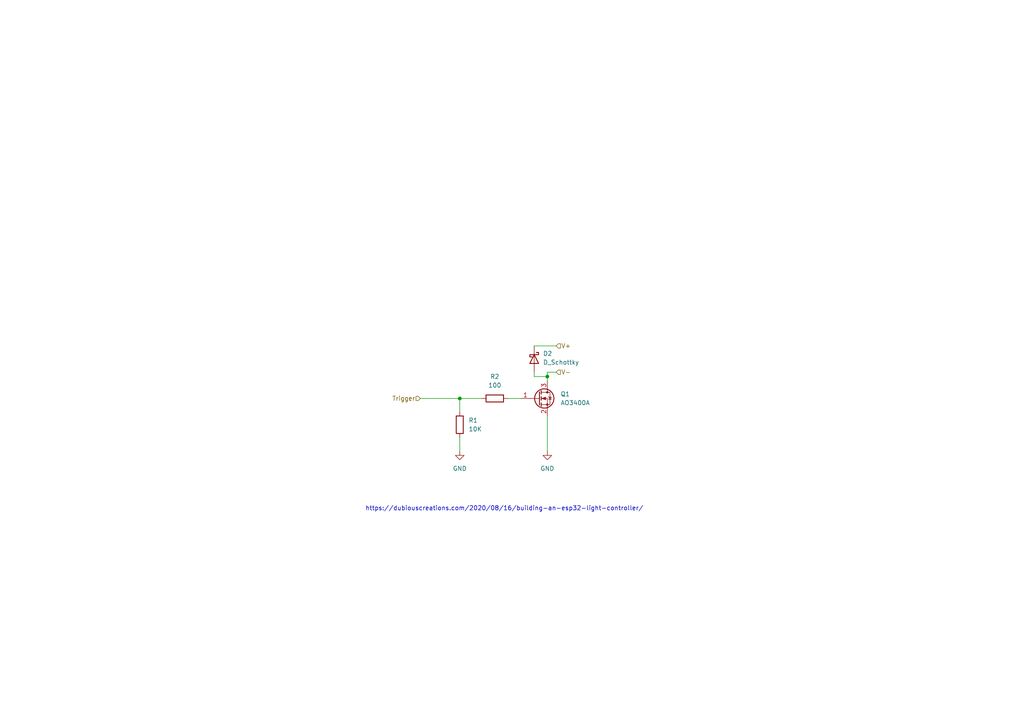
<source format=kicad_sch>
(kicad_sch (version 20231120) (generator "eeschema") (generator_version "8.0")
  (paper "A4")
  (lib_symbols
    (symbol "Device:D_Schottky" (pin_numbers hide) (pin_names (offset 1.016) hide)
      (property "Reference" "D" (at 0 2.54 0))
      (property "Value" "D_Schottky" (at 0 -2.54 0))
      (symbol "D_Schottky_0_1"
        (polyline (pts (xy 1.27 0) (xy -1.27 0)))
        (polyline (pts (xy 1.27 1.27) (xy 1.27 -1.27) (xy -1.27 0) (xy 1.27 1.27)) (stroke (width 0.254)))
        (polyline (pts (xy -1.905 0.635) (xy -1.905 1.27) (xy -1.27 1.27) (xy -1.27 -1.27) (xy -0.635 -1.27) (xy -0.635 -0.635)) (stroke (width 0.254)))
      )
      (symbol "D_Schottky_1_1"
        (pin passive line (at -3.81 0 0) (length 2.54) (name "K") (number "1"))
        (pin passive line (at 3.81 0 180) (length 2.54) (name "A") (number "2"))
      )
    )
    (symbol "Device:R" (pin_numbers hide) (pin_names (offset 0))
      (property "Reference" "R" (at 2.032 0 90))
      (property "Value" "R" (at 0 0 90))
      (symbol "R_0_1"
        (rectangle (start -1.016 -2.54) (end 1.016 2.54) (stroke (width 0.254)))
      )
      (symbol "R_1_1"
        (pin passive line (at 0 3.81 270) (length 1.27) (name "~") (number "1"))
        (pin passive line (at 0 -3.81 90) (length 1.27) (name "~") (number "2"))
      )
    )
    (symbol "Transistor_FET:AO3400A" (pin_names hide)
      (property "Reference" "Q" (at 5.08 1.905 0))
      (property "Value" "AO3400A" (at 5.08 0 0))
      (symbol "AO3400A_0_1"
        (polyline (pts (xy 0.254 0) (xy -2.54 0)))
        (polyline (pts (xy 0.254 1.905) (xy 0.254 -1.905)) (stroke (width 0.254)))
        (polyline (pts (xy 0.762 -1.27) (xy 0.762 -2.286)) (stroke (width 0.254)))
        (polyline (pts (xy 0.762 0.508) (xy 0.762 -0.508)) (stroke (width 0.254)))
        (polyline (pts (xy 0.762 2.286) (xy 0.762 1.27)) (stroke (width 0.254)))
        (polyline (pts (xy 2.54 2.54) (xy 2.54 1.778)))
        (polyline (pts (xy 2.54 -2.54) (xy 2.54 0) (xy 0.762 0)))
        (polyline (pts (xy 0.762 -1.778) (xy 3.302 -1.778) (xy 3.302 1.778) (xy 0.762 1.778)))
        (polyline (pts (xy 1.016 0) (xy 2.032 0.381) (xy 2.032 -0.381) (xy 1.016 0)) (fill (type outline)))
        (polyline (pts (xy 2.794 0.508) (xy 2.921 0.381) (xy 3.683 0.381) (xy 3.81 0.254)))
        (polyline (pts (xy 3.302 0.381) (xy 2.921 -0.254) (xy 3.683 -0.254) (xy 3.302 0.381)))
        (circle (center 1.651 0) (radius 2.794) (stroke (width 0.254)))
        (circle (center 2.54 -1.778) (radius 0.254) (fill (type outline)))
        (circle (center 2.54 1.778) (radius 0.254) (fill (type outline)))
      )
      (symbol "AO3400A_1_1"
        (pin input line (at -5.08 0 0) (length 2.54) (name "G") (number "1"))
        (pin passive line (at 2.54 -5.08 90) (length 2.54) (name "S") (number "2"))
        (pin passive line (at 2.54 5.08 270) (length 2.54) (name "D") (number "3"))
      )
    )
    (symbol "power:GND" (power) (pin_numbers hide) (pin_names (offset 0) hide)
      (property "Value" "GND" (at 0 -3.81 0))
      (symbol "GND_0_1"
        (polyline (pts (xy 0 0) (xy 0 -1.27) (xy 1.27 -1.27) (xy 0 -2.54) (xy -1.27 -1.27) (xy 0 -1.27)))
      )
      (symbol "GND_1_1"
        (pin power_in line (at 0 0 270) (length 0) (name "~") (number "1"))
      )
    )
  )
  (junction (at 133.35 115.57))
  (junction (at 158.75 109.22))
  (wire (pts (xy 121.92 115.57) (xy 133.35 115.57)))
  (wire (pts (xy 161.29 107.95) (xy 158.75 107.95)))
  (wire (pts (xy 133.35 127) (xy 133.35 130.81)))
  (wire (pts (xy 154.94 100.33) (xy 161.29 100.33)))
  (wire (pts (xy 133.35 115.57) (xy 139.7 115.57)))
  (wire (pts (xy 133.35 115.57) (xy 133.35 119.38)))
  (wire (pts (xy 158.75 107.95) (xy 158.75 109.22)))
  (wire (pts (xy 154.94 109.22) (xy 158.75 109.22)))
  (wire (pts (xy 147.32 115.57) (xy 151.13 115.57)))
  (wire (pts (xy 154.94 107.95) (xy 154.94 109.22)))
  (wire (pts (xy 158.75 120.65) (xy 158.75 130.81)))
  (wire (pts (xy 158.75 109.22) (xy 158.75 110.49)))
  (text "https://dubiouscreations.com/2020/08/16/building-an-esp32-light-controller/" (at 146.304 147.574 0) (effects (font (size 1.27 1.27))))
  (hierarchical_label "V-" (shape input) (at 161.29 107.95 0))
  (hierarchical_label "V+" (shape input) (at 161.29 100.33 0))
  (hierarchical_label "Trigger" (shape input) (at 121.92 115.57 180))
  (symbol (lib_id "Device:D_Schottky") (at 154.94 104.14 270) (unit 1)
    (property "Reference" "D2" (at 157.48 102.5524 90) (effects (justify left)))
    (property "Value" "D_Schottky" (at 157.48 105.0924 90) (effects (justify left)))
    (property "Footprint" "Diode_SMD:D_0805_2012Metric_Pad1.15x1.40mm_HandSolder" (effects (hide yes)))
    (property "Description" "Schottky diode" (effects (hide yes)))
    (instances (project "jardinier2000" (path "" (reference "D2") (unit 1)) (path "" (reference "D3") (unit 1)) (path "" (reference "D6") (unit 1)) (path "" (reference "D4") (unit 1))))
  )
  (symbol (lib_id "Device:R") (at 133.35 123.19 180) (unit 1)
    (property "Reference" "R1" (at 135.89 121.9199 0) (effects (justify right)))
    (property "Value" "10K" (at 135.89 124.4599 0) (effects (justify right)))
    (property "Footprint" "Resistor_SMD:R_0805_2012Metric_Pad1.20x1.40mm_HandSolder" (effects (hide yes)))
    (property "Description" "Resistor" (effects (hide yes)))
    (instances (project "jardinier2000" (path "" (reference "R1") (unit 1)) (path "" (reference "R3") (unit 1)) (path "" (reference "R5") (unit 1)) (path "" (reference "R7") (unit 1))))
  )
  (symbol (lib_id "power:GND") (at 158.75 130.81 0) (unit 1)
    (property "Reference" "#PWR02" (effects (hide yes)))
    (property "Value" "GND" (at 158.75 135.89 0))
    (property "Description" "Power symbol creates a global label with name \"GND\" , ground" (effects (hide yes)))
    (instances (project "jardinier2000" (path "" (reference "#PWR02") (unit 1)) (path "" (reference "#PWR06") (unit 1)) (path "" (reference "#PWR08") (unit 1)) (path "" (reference "#PWR021") (unit 1))))
  )
  (symbol (lib_id "power:GND") (at 133.35 130.81 0) (unit 1)
    (property "Reference" "#PWR01" (effects (hide yes)))
    (property "Value" "GND" (at 133.35 135.89 0))
    (property "Description" "Power symbol creates a global label with name \"GND\" , ground" (effects (hide yes)))
    (instances (project "jardinier2000" (path "" (reference "#PWR01") (unit 1)) (path "" (reference "#PWR05") (unit 1)) (path "" (reference "#PWR07") (unit 1)) (path "" (reference "#PWR020") (unit 1))))
  )
  (symbol (lib_id "Device:R") (at 143.51 115.57 90) (unit 1)
    (property "Reference" "R2" (at 143.51 109.22 90))
    (property "Value" "100" (at 143.51 111.76 90))
    (property "Footprint" "Resistor_SMD:R_0805_2012Metric_Pad1.20x1.40mm_HandSolder" (effects (hide yes)))
    (property "Description" "Resistor" (effects (hide yes)))
    (instances (project "jardinier2000" (path "" (reference "R2") (unit 1)) (path "" (reference "R4") (unit 1)) (path "" (reference "R9") (unit 1)) (path "" (reference "R8") (unit 1))))
  )
  (symbol (lib_id "Transistor_FET:AO3400A") (at 156.21 115.57 0) (unit 1)
    (property "Reference" "Q1" (at 162.56 114.2999 0) (effects (justify left)))
    (property "Value" "AO3400A" (at 162.56 116.8399 0) (effects (justify left)))
    (property "Footprint" "Package_TO_SOT_SMD:SOT-23" (effects (hide yes)))
    (property "Datasheet" "http://www.aosmd.com/pdfs/datasheet/AO3400A.pdf" (effects (hide yes)))
    (property "Description" "30V Vds, 5.7A Id, N-Channel MOSFET, SOT-23" (effects (hide yes)))
    (instances (project "jardinier2000" (path "" (reference "Q1") (unit 1)) (path "" (reference "Q2") (unit 1)) (path "" (reference "Q3") (unit 1)) (path "" (reference "Q4") (unit 1))))
  )
)
</source>
